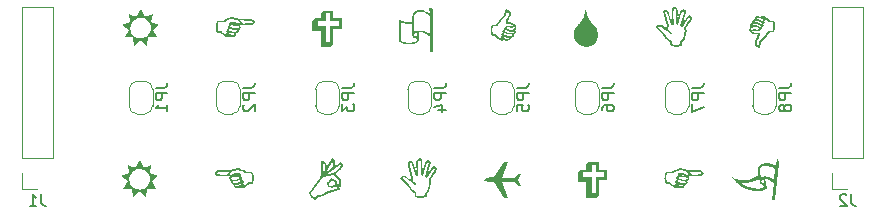
<source format=gbr>
%TF.GenerationSoftware,KiCad,Pcbnew,8.0.6*%
%TF.CreationDate,2025-02-14T22:00:12-04:00*%
%TF.ProjectId,nsec-ctf-sao-2025,6e736563-2d63-4746-962d-73616f2d3230,rev?*%
%TF.SameCoordinates,Original*%
%TF.FileFunction,Legend,Bot*%
%TF.FilePolarity,Positive*%
%FSLAX46Y46*%
G04 Gerber Fmt 4.6, Leading zero omitted, Abs format (unit mm)*
G04 Created by KiCad (PCBNEW 8.0.6) date 2025-02-14 22:00:12*
%MOMM*%
%LPD*%
G01*
G04 APERTURE LIST*
G04 Aperture macros list*
%AMFreePoly0*
4,1,19,0.500000,-0.750000,0.000000,-0.750000,0.000000,-0.744911,-0.071157,-0.744911,-0.207708,-0.704816,-0.327430,-0.627875,-0.420627,-0.520320,-0.479746,-0.390866,-0.500000,-0.250000,-0.500000,0.250000,-0.479746,0.390866,-0.420627,0.520320,-0.327430,0.627875,-0.207708,0.704816,-0.071157,0.744911,0.000000,0.744911,0.000000,0.750000,0.500000,0.750000,0.500000,-0.750000,0.500000,-0.750000,
$1*%
%AMFreePoly1*
4,1,19,0.000000,0.744911,0.071157,0.744911,0.207708,0.704816,0.327430,0.627875,0.420627,0.520320,0.479746,0.390866,0.500000,0.250000,0.500000,-0.250000,0.479746,-0.390866,0.420627,-0.520320,0.327430,-0.627875,0.207708,-0.704816,0.071157,-0.744911,0.000000,-0.744911,0.000000,-0.750000,-0.500000,-0.750000,-0.500000,0.750000,0.000000,0.750000,0.000000,0.744911,0.000000,0.744911,
$1*%
G04 Aperture macros list end*
%ADD10C,0.300000*%
%ADD11C,0.150000*%
%ADD12C,0.120000*%
%ADD13FreePoly0,90.000000*%
%ADD14FreePoly1,90.000000*%
%ADD15R,1.700000X1.700000*%
%ADD16O,1.700000X1.700000*%
G04 APERTURE END LIST*
D10*
G36*
X138851186Y-85951095D02*
G01*
X138936587Y-85928151D01*
X139087124Y-85910795D01*
X139208757Y-85918855D01*
X139318106Y-85977745D01*
X139452206Y-86071079D01*
X139565276Y-86170685D01*
X139672575Y-86285952D01*
X139984717Y-86285952D01*
X140004097Y-86333490D01*
X140050800Y-86474481D01*
X140082570Y-86628282D01*
X140093161Y-86779078D01*
X140092105Y-86825109D01*
X140073328Y-86978639D01*
X140031082Y-87132311D01*
X139972993Y-87270739D01*
X139717271Y-87270739D01*
X139607362Y-87296385D01*
X139574045Y-87329186D01*
X139482798Y-87446594D01*
X139425645Y-87524263D01*
X139380216Y-87585584D01*
X139287892Y-87705247D01*
X138910537Y-88115575D01*
X138803558Y-88588918D01*
X138720760Y-88568401D01*
X138604720Y-88529847D01*
X138475675Y-88439752D01*
X138400649Y-88310939D01*
X138379309Y-88163935D01*
X138383173Y-88117001D01*
X138426643Y-87971263D01*
X138489218Y-87838604D01*
X138522191Y-87781451D01*
X138537823Y-87749850D01*
X138595445Y-87605955D01*
X138629169Y-87458318D01*
X138604989Y-87458318D01*
X138566710Y-87457891D01*
X138405929Y-87445417D01*
X138249308Y-87411299D01*
X138103803Y-87349141D01*
X138048497Y-87312952D01*
X137948573Y-87201614D01*
X137916201Y-87071437D01*
X138061304Y-87071437D01*
X138095436Y-87171171D01*
X138216643Y-87254619D01*
X138236719Y-87262250D01*
X138384821Y-87297696D01*
X138544447Y-87313695D01*
X138695847Y-87317634D01*
X138794033Y-87317634D01*
X138791102Y-87398967D01*
X138787077Y-87476705D01*
X138754877Y-87635615D01*
X138698366Y-87782550D01*
X138626238Y-87916273D01*
X138599860Y-87960969D01*
X138567628Y-88022169D01*
X138533182Y-88165401D01*
X138574581Y-88310664D01*
X138698778Y-88396210D01*
X138777180Y-88035708D01*
X139194836Y-87590209D01*
X139260725Y-87506720D01*
X139352372Y-87387243D01*
X139444971Y-87266515D01*
X139559002Y-87163761D01*
X139579541Y-87155861D01*
X139728653Y-87134038D01*
X139878471Y-87130055D01*
X139899886Y-87063637D01*
X139931086Y-86914607D01*
X139941486Y-86758562D01*
X139940984Y-86727506D01*
X139923402Y-86572034D01*
X139884333Y-86426636D01*
X139605163Y-86426636D01*
X139536350Y-86344685D01*
X139421345Y-86231805D01*
X139292197Y-86130980D01*
X139165526Y-86051479D01*
X139090788Y-86051479D01*
X139047557Y-86040488D01*
X139270307Y-86119623D01*
X139208140Y-86244710D01*
X139114235Y-86359225D01*
X139231472Y-86416378D01*
X139174986Y-86508055D01*
X139075401Y-86620076D01*
X139135484Y-86644256D01*
X139071016Y-86757738D01*
X138960362Y-86862609D01*
X139005059Y-86882393D01*
X138968251Y-86951430D01*
X138869442Y-87073107D01*
X138733687Y-87153650D01*
X138588136Y-87176950D01*
X138475296Y-87165226D01*
X138343405Y-87130055D01*
X138129448Y-87130055D01*
X138266468Y-86968855D01*
X138379309Y-86973251D01*
X138515596Y-87021612D01*
X138604989Y-87036266D01*
X138672493Y-87029311D01*
X138795498Y-86948339D01*
X138453314Y-86801793D01*
X138332414Y-86801793D01*
X138271311Y-86807995D01*
X138140439Y-86880195D01*
X138102186Y-86926724D01*
X138061304Y-87071437D01*
X137916201Y-87071437D01*
X137911828Y-87053852D01*
X137937840Y-86907489D01*
X138015875Y-86782009D01*
X137978453Y-86661109D01*
X138133845Y-86661109D01*
X138143370Y-86695547D01*
X138220667Y-86672006D01*
X138371981Y-86661109D01*
X138485554Y-86661109D01*
X138790369Y-86787138D01*
X138795690Y-86785819D01*
X138922993Y-86708004D01*
X138575680Y-86567320D01*
X138361723Y-86567320D01*
X138332551Y-86567709D01*
X138187334Y-86592233D01*
X138133845Y-86661109D01*
X137978453Y-86661109D01*
X137977773Y-86658911D01*
X138025401Y-86524822D01*
X138142637Y-86453747D01*
X138140439Y-86407585D01*
X138281856Y-86407585D01*
X138284787Y-86426636D01*
X138602791Y-86426636D01*
X138913468Y-86554131D01*
X139013852Y-86479392D01*
X139028506Y-86479392D01*
X138648220Y-86285952D01*
X138499476Y-86285952D01*
X138384715Y-86297830D01*
X138281856Y-86407585D01*
X138140439Y-86407585D01*
X138145806Y-86339783D01*
X138217934Y-86205705D01*
X138356367Y-86156186D01*
X138509862Y-86156186D01*
X138680460Y-86145268D01*
X138965491Y-86295478D01*
X139048290Y-86192163D01*
X139057815Y-86180439D01*
X138748604Y-86051479D01*
X138684856Y-86051479D01*
X138616335Y-86056528D01*
X138509862Y-86156186D01*
X138356367Y-86156186D01*
X138360258Y-86154794D01*
X138358792Y-86139406D01*
X138397321Y-86009250D01*
X138527238Y-85928879D01*
X138684856Y-85910795D01*
X138779378Y-85910795D01*
X138851186Y-85951095D01*
G37*
G36*
X131662760Y-85120542D02*
G01*
X131786950Y-85201514D01*
X131834760Y-85309225D01*
X131850697Y-85456503D01*
X131827250Y-86434696D01*
X132051465Y-85578136D01*
X132085829Y-85484009D01*
X132177740Y-85354179D01*
X132324040Y-85301165D01*
X132357310Y-85302703D01*
X132491835Y-85364180D01*
X132519462Y-85404320D01*
X132548988Y-85549560D01*
X132540993Y-85621648D01*
X132507222Y-85767913D01*
X132263956Y-86589302D01*
X132600279Y-86010446D01*
X132607932Y-85998545D01*
X132708471Y-85878212D01*
X132850872Y-85817006D01*
X132867126Y-85817553D01*
X133000348Y-85879288D01*
X133011348Y-85891066D01*
X133061898Y-86029497D01*
X133035841Y-86148392D01*
X132969574Y-86280090D01*
X132580495Y-86935150D01*
X132602477Y-87179148D01*
X132575695Y-87349550D01*
X132542061Y-87507949D01*
X132501575Y-87654343D01*
X132445681Y-87809964D01*
X132380460Y-87949246D01*
X132204605Y-88151479D01*
X132204605Y-88385952D01*
X132173999Y-88398552D01*
X132020542Y-88449356D01*
X131866368Y-88479839D01*
X131711479Y-88490000D01*
X131650937Y-88488385D01*
X131493973Y-88470224D01*
X131345853Y-88436627D01*
X131191242Y-88386685D01*
X131191242Y-88086999D01*
X131137146Y-88048212D01*
X131020367Y-87956363D01*
X130905478Y-87857426D01*
X130795568Y-87756538D01*
X130416015Y-87248025D01*
X129962146Y-86814982D01*
X130172016Y-86814982D01*
X130536182Y-87157166D01*
X130882030Y-87622449D01*
X130973942Y-87709781D01*
X131094750Y-87816241D01*
X131217608Y-87918170D01*
X131337055Y-88012993D01*
X131337055Y-88285568D01*
X131395927Y-88303933D01*
X131542800Y-88337114D01*
X131690963Y-88349316D01*
X131751717Y-88347777D01*
X131901808Y-88329377D01*
X132050732Y-88286301D01*
X132050732Y-88113377D01*
X132244173Y-87881102D01*
X132295942Y-87769973D01*
X132348981Y-87628212D01*
X132394096Y-87473407D01*
X132426459Y-87330336D01*
X132453000Y-87177683D01*
X132427355Y-86893384D01*
X132843545Y-86199490D01*
X132864442Y-86162757D01*
X132916085Y-86024368D01*
X132902163Y-85973077D01*
X132857466Y-85957690D01*
X132827591Y-85967543D01*
X132730704Y-86082254D01*
X132272749Y-86804724D01*
X132085903Y-86718262D01*
X132366538Y-85711493D01*
X132370975Y-85695991D01*
X132403175Y-85545896D01*
X132382658Y-85466029D01*
X132319644Y-85441849D01*
X132216317Y-85532867D01*
X132165038Y-85674856D01*
X131901256Y-86629602D01*
X131698290Y-86595163D01*
X131698290Y-85547362D01*
X131700488Y-85417669D01*
X131673377Y-85292372D01*
X131594242Y-85254270D01*
X131502938Y-85351586D01*
X131487997Y-85503398D01*
X131489462Y-85569344D01*
X131515108Y-86614214D01*
X131296755Y-86614214D01*
X130992672Y-85690244D01*
X130959150Y-85602087D01*
X130856385Y-85488743D01*
X130805826Y-85511458D01*
X130788974Y-85586929D01*
X130795625Y-85653217D01*
X130829274Y-85797955D01*
X131090858Y-86774682D01*
X131062728Y-86886160D01*
X131038101Y-87031137D01*
X131050860Y-87038193D01*
X131182701Y-87128372D01*
X131289032Y-87230339D01*
X131382484Y-87351339D01*
X131268911Y-87441465D01*
X131202931Y-87366349D01*
X131079367Y-87249827D01*
X130945494Y-87152309D01*
X130801313Y-87073795D01*
X130646824Y-87014284D01*
X130596174Y-86929087D01*
X130495150Y-86816448D01*
X130469923Y-86798716D01*
X130324424Y-86754898D01*
X130309513Y-86755426D01*
X130172016Y-86814982D01*
X129962146Y-86814982D01*
X129952930Y-86806189D01*
X130015212Y-86758562D01*
X130037271Y-86741082D01*
X130171028Y-86654953D01*
X130320760Y-86614214D01*
X130423103Y-86626186D01*
X130559630Y-86686755D01*
X130661479Y-86774682D01*
X130750139Y-86894849D01*
X130757027Y-86897259D01*
X130898150Y-86954200D01*
X130901800Y-86919872D01*
X130928925Y-86774682D01*
X130674668Y-85797222D01*
X130655478Y-85708184D01*
X130640963Y-85561284D01*
X130641439Y-85541957D01*
X130695184Y-85402281D01*
X130709530Y-85389573D01*
X130854187Y-85348060D01*
X130898620Y-85353589D01*
X131019966Y-85436536D01*
X131099211Y-85564068D01*
X131153872Y-85701967D01*
X131389811Y-86474996D01*
X131343649Y-85496803D01*
X131344637Y-85450398D01*
X131368336Y-85294716D01*
X131452517Y-85158869D01*
X131596441Y-85113586D01*
X131662760Y-85120542D01*
G37*
G36*
X124080111Y-85315087D02*
G01*
X124042240Y-85469511D01*
X123996559Y-85637535D01*
X123950621Y-85786702D01*
X123896700Y-85936898D01*
X123834647Y-86077124D01*
X123754205Y-86219268D01*
X123665282Y-86351068D01*
X123574025Y-86470600D01*
X123470216Y-86594059D01*
X123454361Y-86612016D01*
X123380355Y-86694082D01*
X123281777Y-86813433D01*
X123185538Y-86956796D01*
X123113358Y-87100313D01*
X123065238Y-87243985D01*
X123039508Y-87411798D01*
X123038171Y-87459783D01*
X123048965Y-87614154D01*
X123081345Y-87760179D01*
X123135312Y-87897858D01*
X123210866Y-88027190D01*
X123308007Y-88148176D01*
X123345184Y-88186650D01*
X123464316Y-88289741D01*
X123591999Y-88371504D01*
X123728235Y-88431936D01*
X123873024Y-88471040D01*
X124026364Y-88488815D01*
X124079378Y-88490000D01*
X124235098Y-88479335D01*
X124382419Y-88447341D01*
X124521343Y-88394018D01*
X124651868Y-88319365D01*
X124773996Y-88223384D01*
X124812840Y-88186650D01*
X124916927Y-88068446D01*
X124999479Y-87941896D01*
X125060496Y-87806999D01*
X125099978Y-87663756D01*
X125117924Y-87512168D01*
X125119120Y-87459783D01*
X125102781Y-87291910D01*
X125062767Y-87148187D01*
X124998745Y-87004618D01*
X124910715Y-86861203D01*
X124819016Y-86741809D01*
X124777669Y-86694082D01*
X124703663Y-86612016D01*
X124598061Y-86487996D01*
X124505011Y-86367903D01*
X124414038Y-86235462D01*
X124339460Y-86108151D01*
X124323377Y-86077124D01*
X124261461Y-85936898D01*
X124207886Y-85786702D01*
X124162411Y-85637535D01*
X124117349Y-85469511D01*
X124080111Y-85315087D01*
G37*
G36*
X117378576Y-85316552D02*
G01*
X117494616Y-85355106D01*
X117623661Y-85445202D01*
X117698687Y-85574015D01*
X117720027Y-85721018D01*
X117716163Y-85767953D01*
X117672693Y-85913690D01*
X117610118Y-86046350D01*
X117577145Y-86103503D01*
X117561513Y-86135104D01*
X117503891Y-86278999D01*
X117470167Y-86426636D01*
X117494347Y-86426636D01*
X117532629Y-86427065D01*
X117693494Y-86439623D01*
X117850344Y-86473970D01*
X117996266Y-86536545D01*
X118051360Y-86572523D01*
X118150903Y-86683480D01*
X118187508Y-86831102D01*
X118161496Y-86977465D01*
X118083461Y-87102944D01*
X118121563Y-87226043D01*
X118073935Y-87360865D01*
X117956699Y-87431207D01*
X117958897Y-87477369D01*
X117953530Y-87545171D01*
X117881402Y-87679249D01*
X117739078Y-87730160D01*
X117740544Y-87745547D01*
X117702015Y-87875704D01*
X117572099Y-87956075D01*
X117414480Y-87974159D01*
X117319958Y-87974159D01*
X117248150Y-87933859D01*
X117162749Y-87956803D01*
X117012212Y-87974159D01*
X116890579Y-87966099D01*
X116781230Y-87907209D01*
X116647130Y-87813874D01*
X116534060Y-87714269D01*
X116426762Y-87599002D01*
X116114619Y-87599002D01*
X116095239Y-87551464D01*
X116048536Y-87410473D01*
X116016766Y-87256671D01*
X116007616Y-87126392D01*
X116157850Y-87126392D01*
X116158352Y-87157447D01*
X116175934Y-87312920D01*
X116215003Y-87458318D01*
X116494173Y-87458318D01*
X116562986Y-87540269D01*
X116677992Y-87653149D01*
X116807139Y-87753974D01*
X116933810Y-87833475D01*
X117008548Y-87833475D01*
X117051779Y-87844466D01*
X116829030Y-87765331D01*
X116859254Y-87704515D01*
X117041521Y-87704515D01*
X117350732Y-87833475D01*
X117414480Y-87833475D01*
X117483001Y-87828426D01*
X117589473Y-87728767D01*
X117418876Y-87739685D01*
X117133845Y-87589476D01*
X117051046Y-87692791D01*
X117041521Y-87704515D01*
X116859254Y-87704515D01*
X116891196Y-87640244D01*
X116985101Y-87525729D01*
X116867864Y-87468576D01*
X116906690Y-87405561D01*
X117070830Y-87405561D01*
X117451116Y-87599002D01*
X117599860Y-87599002D01*
X117714621Y-87587123D01*
X117817480Y-87477369D01*
X117814549Y-87458318D01*
X117496545Y-87458318D01*
X117185868Y-87330823D01*
X117085484Y-87405561D01*
X117070830Y-87405561D01*
X116906690Y-87405561D01*
X116924350Y-87376899D01*
X117023935Y-87264877D01*
X116963852Y-87240697D01*
X117000066Y-87176950D01*
X117176343Y-87176950D01*
X117523656Y-87317634D01*
X117737613Y-87317634D01*
X117766785Y-87317245D01*
X117912002Y-87292721D01*
X117965491Y-87223845D01*
X117955966Y-87189406D01*
X117878669Y-87212948D01*
X117727355Y-87223845D01*
X117613782Y-87223845D01*
X117308967Y-87097815D01*
X117303647Y-87099135D01*
X117176343Y-87176950D01*
X117000066Y-87176950D01*
X117028320Y-87127216D01*
X117138974Y-87022344D01*
X117094277Y-87002561D01*
X117131085Y-86933524D01*
X117229894Y-86811846D01*
X117365649Y-86731304D01*
X117511200Y-86708004D01*
X117624773Y-86719727D01*
X117755931Y-86754898D01*
X117969888Y-86754898D01*
X117832868Y-86916099D01*
X117720027Y-86911702D01*
X117584473Y-86864075D01*
X117494347Y-86848688D01*
X117426843Y-86855643D01*
X117303838Y-86936615D01*
X117646022Y-87083161D01*
X117766922Y-87083161D01*
X117828083Y-87077017D01*
X117959630Y-87005491D01*
X117997529Y-86958608D01*
X118038032Y-86813517D01*
X118003900Y-86713944D01*
X117882693Y-86631067D01*
X117862618Y-86623348D01*
X117714515Y-86587490D01*
X117554889Y-86571304D01*
X117403489Y-86567320D01*
X117305303Y-86567320D01*
X117308234Y-86485987D01*
X117312259Y-86408249D01*
X117344459Y-86249339D01*
X117400970Y-86102404D01*
X117473098Y-85968681D01*
X117499476Y-85923984D01*
X117531708Y-85862785D01*
X117566154Y-85719553D01*
X117524755Y-85574289D01*
X117400558Y-85488743D01*
X117322156Y-85849246D01*
X116904501Y-86294745D01*
X116838612Y-86378234D01*
X116746964Y-86497711D01*
X116654365Y-86618542D01*
X116540334Y-86721926D01*
X116519795Y-86729654D01*
X116370683Y-86751002D01*
X116220865Y-86754898D01*
X116199450Y-86821316D01*
X116168250Y-86970347D01*
X116157850Y-87126392D01*
X116007616Y-87126392D01*
X116006175Y-87105875D01*
X116007232Y-87059844D01*
X116026008Y-86906315D01*
X116068254Y-86752642D01*
X116126343Y-86614214D01*
X116382065Y-86614214D01*
X116491974Y-86589302D01*
X116525291Y-86556054D01*
X116616538Y-86438360D01*
X116673691Y-86360690D01*
X116719120Y-86299370D01*
X116811444Y-86179706D01*
X117188799Y-85769378D01*
X117295778Y-85296036D01*
X117378576Y-85316552D01*
G37*
G36*
X111088411Y-85228808D02*
G01*
X111156245Y-85359783D01*
X111104954Y-85469692D01*
X111104954Y-88912051D01*
X110855826Y-88912051D01*
X110855826Y-87622449D01*
X110787972Y-87559595D01*
X110670675Y-87468576D01*
X110522976Y-87382022D01*
X110367703Y-87320198D01*
X110204857Y-87283104D01*
X110034438Y-87270739D01*
X109909874Y-87280265D01*
X109909874Y-87954375D01*
X109901244Y-88007956D01*
X109804161Y-88127482D01*
X109664410Y-88202037D01*
X109553057Y-88241152D01*
X109398246Y-88277325D01*
X109249640Y-88296147D01*
X109090683Y-88302421D01*
X109030935Y-88301290D01*
X108856806Y-88284332D01*
X108690353Y-88247023D01*
X108531577Y-88189363D01*
X108380478Y-88111353D01*
X108237055Y-88012993D01*
X108237055Y-87943384D01*
X108385066Y-87943384D01*
X108462746Y-87994561D01*
X108604914Y-88067700D01*
X108755005Y-88119943D01*
X108913020Y-88151289D01*
X109078960Y-88161737D01*
X109130488Y-88161054D01*
X109278582Y-88150815D01*
X109431711Y-88125026D01*
X109572819Y-88084068D01*
X109686807Y-88034523D01*
X109788974Y-87918471D01*
X109753554Y-87852612D01*
X109627773Y-87774856D01*
X109572086Y-87749944D01*
X109537909Y-87732259D01*
X109422865Y-87628956D01*
X109380844Y-87480300D01*
X109380844Y-87451723D01*
X109503942Y-87451723D01*
X109516284Y-87492440D01*
X109625850Y-87592679D01*
X109761863Y-87669344D01*
X109761863Y-87301514D01*
X109604692Y-87339467D01*
X109503942Y-87451723D01*
X109380844Y-87451723D01*
X109380844Y-86543872D01*
X109246804Y-86562168D01*
X109097278Y-86567320D01*
X109006168Y-86564652D01*
X108848157Y-86547146D01*
X108691970Y-86513301D01*
X108537606Y-86463117D01*
X108385066Y-86396594D01*
X108385066Y-87943384D01*
X108237055Y-87943384D01*
X108237055Y-86115226D01*
X108370011Y-86203394D01*
X108505829Y-86276289D01*
X108644509Y-86333911D01*
X108786051Y-86376261D01*
X108930456Y-86403337D01*
X109077723Y-86415141D01*
X109227852Y-86411672D01*
X109380844Y-86392930D01*
X109380844Y-85975275D01*
X109528855Y-85975275D01*
X109528855Y-87218715D01*
X109569852Y-87202871D01*
X109715253Y-87161311D01*
X109874106Y-87137068D01*
X110028576Y-87130055D01*
X110088565Y-87131169D01*
X110261904Y-87147870D01*
X110425300Y-87184612D01*
X110578752Y-87241396D01*
X110722261Y-87318221D01*
X110855826Y-87415087D01*
X110855826Y-85894675D01*
X110781556Y-85830511D01*
X110656799Y-85737596D01*
X110505485Y-85649240D01*
X110352419Y-85586128D01*
X110197602Y-85548260D01*
X110041032Y-85535638D01*
X109893481Y-85546371D01*
X109728924Y-85597462D01*
X109613384Y-85690627D01*
X109546861Y-85825867D01*
X109528855Y-85975275D01*
X109380844Y-85975275D01*
X109380844Y-85967215D01*
X109381489Y-85932008D01*
X109404054Y-85772736D01*
X109473683Y-85618494D01*
X109589732Y-85504488D01*
X109721898Y-85440221D01*
X109886301Y-85403896D01*
X110041032Y-85394954D01*
X110097624Y-85396148D01*
X110262866Y-85414051D01*
X110421307Y-85453438D01*
X110572947Y-85514309D01*
X110717787Y-85596663D01*
X110855826Y-85700502D01*
X110855826Y-85468960D01*
X110804535Y-85359783D01*
X110838616Y-85255598D01*
X110982588Y-85207376D01*
X111088411Y-85228808D01*
G37*
G36*
X102681507Y-86098374D02*
G01*
X103392254Y-86098374D01*
X103392254Y-86989371D01*
X102681507Y-86989371D01*
X102681507Y-88288499D01*
X102463886Y-88490000D01*
X101616852Y-88490000D01*
X101616852Y-87176950D01*
X100905373Y-87176950D01*
X100905373Y-86332847D01*
X101358199Y-86332847D01*
X101358199Y-86754898D01*
X102069678Y-86754898D01*
X102069678Y-88067948D01*
X102430914Y-88067948D01*
X102430914Y-86754898D01*
X103141660Y-86754898D01*
X103141660Y-86332847D01*
X102430914Y-86332847D01*
X102430914Y-85676322D01*
X102069678Y-85676322D01*
X102069678Y-86332847D01*
X101358199Y-86332847D01*
X100905373Y-86332847D01*
X100905373Y-86299141D01*
X101121528Y-86098374D01*
X101616852Y-86098374D01*
X101616852Y-85642616D01*
X101835205Y-85441849D01*
X102681507Y-85441849D01*
X102681507Y-86098374D01*
G37*
G36*
X94596580Y-86054410D02*
G01*
X94680844Y-86127683D01*
X95514689Y-86145268D01*
X95635709Y-86147968D01*
X95792871Y-86163120D01*
X95934542Y-86201688D01*
X96015193Y-86262283D01*
X96059106Y-86403921D01*
X96040868Y-86489822D01*
X95929413Y-86592233D01*
X95857423Y-86618840D01*
X95709964Y-86645863D01*
X95555722Y-86653049D01*
X94814200Y-86661109D01*
X94800279Y-86655247D01*
X94837648Y-86704340D01*
X94866224Y-86823775D01*
X94866024Y-86835106D01*
X94814933Y-86976915D01*
X94689637Y-87058981D01*
X94703558Y-87134452D01*
X94702551Y-87158700D01*
X94639078Y-87291256D01*
X94613688Y-87311142D01*
X94475680Y-87361598D01*
X94476413Y-87377718D01*
X94475110Y-87410192D01*
X94421390Y-87551353D01*
X94288880Y-87629135D01*
X94143021Y-87645896D01*
X94066085Y-87641500D01*
X93994277Y-87607794D01*
X93901885Y-87631013D01*
X93752477Y-87645896D01*
X93623517Y-87639302D01*
X93536139Y-87598970D01*
X93405072Y-87521181D01*
X93274005Y-87422643D01*
X93157501Y-87317634D01*
X92857083Y-87317634D01*
X92837964Y-87269403D01*
X92791893Y-87126254D01*
X92760551Y-86969920D01*
X92750104Y-86816448D01*
X92750425Y-86806922D01*
X92902512Y-86806922D01*
X92904521Y-86877530D01*
X92922660Y-87028570D01*
X92959665Y-87176950D01*
X93231507Y-87176950D01*
X93279581Y-87228241D01*
X93392351Y-87332930D01*
X93511498Y-87422780D01*
X93651360Y-87505212D01*
X93717306Y-87505212D01*
X93760537Y-87505212D01*
X93562700Y-87403363D01*
X93601778Y-87344991D01*
X93612269Y-87335219D01*
X93787648Y-87335219D01*
X94085136Y-87503014D01*
X94159141Y-87505212D01*
X94247627Y-87491474D01*
X94326936Y-87364528D01*
X94148150Y-87364528D01*
X93874842Y-87309574D01*
X93787648Y-87335219D01*
X93612269Y-87335219D01*
X93712177Y-87242163D01*
X93603000Y-87192337D01*
X93626839Y-87146740D01*
X93653048Y-87103677D01*
X93819888Y-87103677D01*
X94188450Y-87237034D01*
X94370167Y-87223845D01*
X94507920Y-87200397D01*
X94549685Y-87134452D01*
X94529902Y-87083161D01*
X94236810Y-87083161D01*
X94023586Y-86993768D01*
X93938521Y-87013946D01*
X93819888Y-87103677D01*
X93653048Y-87103677D01*
X93708407Y-87012719D01*
X93822086Y-86905840D01*
X93708513Y-86856015D01*
X93743007Y-86789337D01*
X93913677Y-86789337D01*
X94278576Y-86942477D01*
X94492533Y-86942477D01*
X94513692Y-86942213D01*
X94661793Y-86912435D01*
X94714549Y-86828904D01*
X94680844Y-86774682D01*
X94568736Y-86754898D01*
X94293230Y-86754898D01*
X94199441Y-86682358D01*
X94117376Y-86661109D01*
X94015181Y-86682272D01*
X93913677Y-86789337D01*
X93743007Y-86789337D01*
X93749202Y-86777361D01*
X93839511Y-86651515D01*
X93870537Y-86627983D01*
X93868363Y-86570362D01*
X93946509Y-86570362D01*
X93950627Y-86567239D01*
X93949581Y-86567320D01*
X93946509Y-86570362D01*
X93868363Y-86570362D01*
X93867042Y-86535370D01*
X94185511Y-86535370D01*
X94230949Y-86545338D01*
X94340125Y-86614214D01*
X94407536Y-86614214D01*
X94397553Y-86606338D01*
X94287369Y-86505771D01*
X94247630Y-86520196D01*
X94185511Y-86535370D01*
X93867042Y-86535370D01*
X93865317Y-86489651D01*
X93912212Y-86426636D01*
X94015893Y-86422148D01*
X94168667Y-86398586D01*
X94318143Y-86354829D01*
X94385051Y-86411106D01*
X94516392Y-86488729D01*
X94665457Y-86520425D01*
X94685476Y-86520148D01*
X94832519Y-86488918D01*
X94613977Y-86269832D01*
X94834717Y-86269832D01*
X95050139Y-86496978D01*
X94995184Y-86534347D01*
X95436287Y-86520425D01*
X95495947Y-86519944D01*
X95650061Y-86512732D01*
X95797522Y-86489651D01*
X95911828Y-86411249D01*
X95828591Y-86321314D01*
X95680614Y-86291948D01*
X95533007Y-86285952D01*
X94834717Y-86269832D01*
X94613977Y-86269832D01*
X94537962Y-86193628D01*
X94028715Y-86151130D01*
X93920775Y-86188133D01*
X93768414Y-86246385D01*
X93624991Y-86304018D01*
X93486384Y-86361177D01*
X93330425Y-86426636D01*
X92967725Y-86426636D01*
X92942314Y-86506943D01*
X92911682Y-86660365D01*
X92902512Y-86806922D01*
X92750425Y-86806922D01*
X92752984Y-86730853D01*
X92772684Y-86579307D01*
X92811047Y-86431007D01*
X92868073Y-86285952D01*
X93317969Y-86285952D01*
X93434576Y-86227391D01*
X93579212Y-86162456D01*
X93733105Y-86101167D01*
X93872381Y-86051536D01*
X94018457Y-86004584D01*
X94596580Y-86054410D01*
G37*
G36*
X86730739Y-85954026D02*
G01*
X87388729Y-85713691D01*
X87270027Y-86404654D01*
X87928018Y-86644989D01*
X87390928Y-87097083D01*
X87741172Y-87705247D01*
X87040683Y-87705247D01*
X86917585Y-88395478D01*
X86379762Y-87945582D01*
X85842672Y-88395478D01*
X85718841Y-87705247D01*
X85018353Y-87705247D01*
X85368597Y-87097083D01*
X85157069Y-86919030D01*
X85512944Y-86919030D01*
X85515179Y-86985559D01*
X85537774Y-87133582D01*
X85593393Y-87290385D01*
X85668130Y-87416770D01*
X85767201Y-87533056D01*
X85799304Y-87563756D01*
X85918155Y-87655609D01*
X86066349Y-87730874D01*
X86227733Y-87774449D01*
X86379762Y-87786580D01*
X86445905Y-87784352D01*
X86593227Y-87761822D01*
X86749573Y-87706363D01*
X86875857Y-87631841D01*
X86992323Y-87533056D01*
X87037762Y-87484456D01*
X87126404Y-87363842D01*
X87197914Y-87213632D01*
X87234414Y-87071380D01*
X87246580Y-86919030D01*
X87245590Y-86874473D01*
X87226526Y-86725063D01*
X87175029Y-86566760D01*
X87091841Y-86421737D01*
X86993056Y-86305736D01*
X86944462Y-86260297D01*
X86823913Y-86171655D01*
X86673864Y-86100145D01*
X86531827Y-86063645D01*
X86379762Y-86051479D01*
X86313370Y-86053714D01*
X86165668Y-86076309D01*
X86009231Y-86131927D01*
X85883167Y-86206665D01*
X85767201Y-86305736D01*
X85721763Y-86354205D01*
X85633120Y-86474564D01*
X85561611Y-86624567D01*
X85525111Y-86766714D01*
X85512944Y-86919030D01*
X85157069Y-86919030D01*
X84831507Y-86644989D01*
X85490230Y-86404654D01*
X85368597Y-85713691D01*
X86026587Y-85954026D01*
X86379762Y-85323147D01*
X86730739Y-85954026D01*
G37*
G36*
X132580635Y-98854410D02*
G01*
X132664898Y-98927683D01*
X133498743Y-98945268D01*
X133619763Y-98947968D01*
X133776926Y-98963120D01*
X133918597Y-99001688D01*
X133999247Y-99062283D01*
X134043161Y-99203921D01*
X134024923Y-99289822D01*
X133913468Y-99392233D01*
X133841477Y-99418840D01*
X133694018Y-99445863D01*
X133539776Y-99453049D01*
X132798255Y-99461109D01*
X132784333Y-99455247D01*
X132821702Y-99504340D01*
X132850279Y-99623775D01*
X132850078Y-99635106D01*
X132798988Y-99776915D01*
X132673691Y-99858981D01*
X132687613Y-99934452D01*
X132686605Y-99958700D01*
X132623133Y-100091256D01*
X132597742Y-100111142D01*
X132459734Y-100161598D01*
X132460467Y-100177718D01*
X132459165Y-100210192D01*
X132405444Y-100351353D01*
X132272934Y-100429135D01*
X132127076Y-100445896D01*
X132050139Y-100441500D01*
X131978332Y-100407794D01*
X131885939Y-100431013D01*
X131736531Y-100445896D01*
X131607571Y-100439302D01*
X131520193Y-100398970D01*
X131389126Y-100321181D01*
X131258060Y-100222643D01*
X131141556Y-100117634D01*
X130841137Y-100117634D01*
X130822019Y-100069403D01*
X130775947Y-99926254D01*
X130744606Y-99769920D01*
X130734159Y-99616448D01*
X130734480Y-99606922D01*
X130886566Y-99606922D01*
X130888575Y-99677530D01*
X130906715Y-99828570D01*
X130943719Y-99976950D01*
X131215561Y-99976950D01*
X131263635Y-100028241D01*
X131376406Y-100132930D01*
X131495552Y-100222780D01*
X131635415Y-100305212D01*
X131701360Y-100305212D01*
X131744591Y-100305212D01*
X131546755Y-100203363D01*
X131585832Y-100144991D01*
X131596323Y-100135219D01*
X131771702Y-100135219D01*
X132069190Y-100303014D01*
X132143196Y-100305212D01*
X132231681Y-100291474D01*
X132310990Y-100164528D01*
X132132205Y-100164528D01*
X131858897Y-100109574D01*
X131771702Y-100135219D01*
X131596323Y-100135219D01*
X131696231Y-100042163D01*
X131587055Y-99992337D01*
X131610893Y-99946740D01*
X131637102Y-99903677D01*
X131803942Y-99903677D01*
X132172505Y-100037034D01*
X132354221Y-100023845D01*
X132491974Y-100000397D01*
X132533740Y-99934452D01*
X132513956Y-99883161D01*
X132220865Y-99883161D01*
X132007641Y-99793768D01*
X131922576Y-99813946D01*
X131803942Y-99903677D01*
X131637102Y-99903677D01*
X131692462Y-99812719D01*
X131806140Y-99705840D01*
X131692568Y-99656015D01*
X131727062Y-99589337D01*
X131897732Y-99589337D01*
X132262630Y-99742477D01*
X132476587Y-99742477D01*
X132497747Y-99742213D01*
X132645847Y-99712435D01*
X132698604Y-99628904D01*
X132664898Y-99574682D01*
X132552791Y-99554898D01*
X132277285Y-99554898D01*
X132183496Y-99482358D01*
X132101430Y-99461109D01*
X131999236Y-99482272D01*
X131897732Y-99589337D01*
X131727062Y-99589337D01*
X131733257Y-99577361D01*
X131823566Y-99451515D01*
X131854591Y-99427984D01*
X131852417Y-99370365D01*
X131930560Y-99370365D01*
X131934682Y-99367239D01*
X131933635Y-99367320D01*
X131930560Y-99370365D01*
X131852417Y-99370365D01*
X131851096Y-99335370D01*
X132169565Y-99335370D01*
X132215003Y-99345338D01*
X132324180Y-99414214D01*
X132391591Y-99414214D01*
X132381607Y-99406338D01*
X132271423Y-99305771D01*
X132231684Y-99320196D01*
X132169565Y-99335370D01*
X131851096Y-99335370D01*
X131849371Y-99289651D01*
X131896266Y-99226636D01*
X131999947Y-99222148D01*
X132152721Y-99198586D01*
X132302198Y-99154829D01*
X132369105Y-99211106D01*
X132500447Y-99288729D01*
X132649511Y-99320425D01*
X132669531Y-99320148D01*
X132816573Y-99288918D01*
X132598031Y-99069832D01*
X132818771Y-99069832D01*
X133034193Y-99296978D01*
X132979239Y-99334347D01*
X133420341Y-99320425D01*
X133480002Y-99319944D01*
X133634115Y-99312732D01*
X133781577Y-99289651D01*
X133895882Y-99211249D01*
X133812645Y-99121314D01*
X133664668Y-99091948D01*
X133517062Y-99085952D01*
X132818771Y-99069832D01*
X132598031Y-99069832D01*
X132522016Y-98993628D01*
X132012770Y-98951130D01*
X131904830Y-98988133D01*
X131752468Y-99046385D01*
X131609045Y-99104018D01*
X131470438Y-99161177D01*
X131314480Y-99226636D01*
X130951779Y-99226636D01*
X130926369Y-99306943D01*
X130895737Y-99460365D01*
X130886566Y-99606922D01*
X130734480Y-99606922D01*
X130737039Y-99530853D01*
X130756739Y-99379307D01*
X130795102Y-99231007D01*
X130852128Y-99085952D01*
X131302023Y-99085952D01*
X131418630Y-99027391D01*
X131563267Y-98962456D01*
X131717160Y-98901167D01*
X131856435Y-98851536D01*
X132002512Y-98804584D01*
X132580635Y-98854410D01*
G37*
G36*
X125178611Y-98898374D02*
G01*
X125889357Y-98898374D01*
X125889357Y-99789371D01*
X125178611Y-99789371D01*
X125178611Y-101088499D01*
X124960990Y-101290000D01*
X124113956Y-101290000D01*
X124113956Y-99976950D01*
X123402477Y-99976950D01*
X123402477Y-99132847D01*
X123855303Y-99132847D01*
X123855303Y-99554898D01*
X124566782Y-99554898D01*
X124566782Y-100867948D01*
X124928018Y-100867948D01*
X124928018Y-99554898D01*
X125638764Y-99554898D01*
X125638764Y-99132847D01*
X124928018Y-99132847D01*
X124928018Y-98476322D01*
X124566782Y-98476322D01*
X124566782Y-99132847D01*
X123855303Y-99132847D01*
X123402477Y-99132847D01*
X123402477Y-99099141D01*
X123618632Y-98898374D01*
X124113956Y-98898374D01*
X124113956Y-98442616D01*
X124332309Y-98241849D01*
X125178611Y-98241849D01*
X125178611Y-98898374D01*
G37*
G36*
X118354710Y-99772519D02*
G01*
X118568667Y-99273531D01*
X118290963Y-99273531D01*
X118075540Y-99618646D01*
X116939811Y-99582742D01*
X117501081Y-98241849D01*
X117147906Y-98241849D01*
X116282554Y-99554898D01*
X116094975Y-99554898D01*
X115943066Y-99563453D01*
X115794624Y-99591607D01*
X115766713Y-99599595D01*
X115634822Y-99642093D01*
X115499002Y-99710424D01*
X115472156Y-99763726D01*
X115579541Y-99869250D01*
X115634822Y-99889755D01*
X115766713Y-99932254D01*
X115913480Y-99964335D01*
X116066151Y-99976557D01*
X116100837Y-99976950D01*
X116281821Y-99986475D01*
X117147906Y-101290000D01*
X117501081Y-101290000D01*
X116940544Y-99961563D01*
X118075540Y-99925659D01*
X118291695Y-100258318D01*
X118568667Y-100258318D01*
X118354710Y-99772519D01*
G37*
G36*
X140443161Y-98393489D02*
G01*
X140059211Y-101490000D01*
X139806420Y-101490000D01*
X139985205Y-100044326D01*
X139855066Y-99930029D01*
X139723484Y-99839380D01*
X139590459Y-99772378D01*
X139433441Y-99724097D01*
X139274459Y-99708004D01*
X139374110Y-100423879D01*
X139375175Y-100432667D01*
X139320203Y-100573471D01*
X139193126Y-100654689D01*
X139169238Y-100664982D01*
X139022095Y-100709721D01*
X138865188Y-100732962D01*
X138705129Y-100739685D01*
X138539440Y-100734957D01*
X138376866Y-100720772D01*
X138217406Y-100697130D01*
X138061060Y-100664031D01*
X137907828Y-100621476D01*
X137757711Y-100569463D01*
X137610707Y-100507994D01*
X137466817Y-100437069D01*
X137326923Y-100356606D01*
X137191907Y-100266892D01*
X137061767Y-100167928D01*
X136936505Y-100059713D01*
X136907219Y-100031137D01*
X137256524Y-100031137D01*
X137293290Y-100060304D01*
X137446590Y-100167711D01*
X137609874Y-100260304D01*
X137783141Y-100338082D01*
X137966392Y-100401045D01*
X138110382Y-100438545D01*
X138259987Y-100467712D01*
X138415209Y-100488546D01*
X138576045Y-100501046D01*
X138742498Y-100505212D01*
X138770247Y-100505029D01*
X138928152Y-100494908D01*
X139075889Y-100458318D01*
X139100962Y-100445804D01*
X139182868Y-100324228D01*
X139160886Y-100272937D01*
X139078820Y-100229706D01*
X139035408Y-100207023D01*
X138909179Y-100125942D01*
X138814305Y-100000362D01*
X138789979Y-99884591D01*
X138933007Y-99884591D01*
X138933218Y-99890743D01*
X139017156Y-100013334D01*
X139148429Y-100096350D01*
X139172609Y-100108806D01*
X139126448Y-99728520D01*
X139024438Y-99761393D01*
X138933007Y-99884591D01*
X138789979Y-99884591D01*
X138735170Y-99623740D01*
X138703127Y-99649120D01*
X138568815Y-99742583D01*
X138424679Y-99823154D01*
X138270720Y-99890834D01*
X138106938Y-99945623D01*
X137933333Y-99987520D01*
X137749905Y-100016526D01*
X137556653Y-100032640D01*
X137405268Y-100036266D01*
X137256524Y-100031137D01*
X136907219Y-100031137D01*
X136816120Y-99942248D01*
X136700612Y-99815532D01*
X136589982Y-99679565D01*
X136484228Y-99534347D01*
X136582643Y-99597030D01*
X136736619Y-99675383D01*
X136898220Y-99734931D01*
X137067446Y-99775675D01*
X137214292Y-99795263D01*
X137366434Y-99801793D01*
X137560801Y-99794809D01*
X137746765Y-99773858D01*
X137924326Y-99738939D01*
X138093483Y-99690052D01*
X138254237Y-99627197D01*
X138406588Y-99550375D01*
X138550534Y-99459586D01*
X138686078Y-99354829D01*
X138637718Y-99095443D01*
X138628581Y-99043836D01*
X138623259Y-98986999D01*
X138780600Y-98986999D01*
X138784206Y-99057272D01*
X138806245Y-99208283D01*
X138875854Y-99562923D01*
X138945235Y-99523814D01*
X139091382Y-99484094D01*
X139247348Y-99473531D01*
X139298968Y-99474750D01*
X139451184Y-99493039D01*
X139599432Y-99533277D01*
X139743714Y-99595461D01*
X139884029Y-99679593D01*
X140020376Y-99785673D01*
X140129553Y-98859504D01*
X139994785Y-98779712D01*
X139841187Y-98701814D01*
X139696450Y-98643391D01*
X139538790Y-98599843D01*
X139373377Y-98582533D01*
X139233532Y-98591632D01*
X139083549Y-98627470D01*
X138946196Y-98697571D01*
X138916602Y-98719662D01*
X138816986Y-98836550D01*
X138780600Y-98986999D01*
X138623259Y-98986999D01*
X138614270Y-98891011D01*
X138639119Y-98738587D01*
X138713667Y-98605731D01*
X138824563Y-98501933D01*
X138906755Y-98449640D01*
X139043566Y-98391487D01*
X139196606Y-98357677D01*
X139346266Y-98348060D01*
X139402426Y-98348998D01*
X139566680Y-98363080D01*
X139724597Y-98394061D01*
X139876178Y-98441940D01*
X140021421Y-98506718D01*
X140160327Y-98588394D01*
X140188904Y-98387627D01*
X140388206Y-97903293D01*
X140443161Y-98393489D01*
G37*
G36*
X110044023Y-97920542D02*
G01*
X110168213Y-98001514D01*
X110216024Y-98109225D01*
X110231960Y-98256503D01*
X110208513Y-99234696D01*
X110432728Y-98378136D01*
X110467092Y-98284009D01*
X110559004Y-98154179D01*
X110705303Y-98101165D01*
X110738573Y-98102703D01*
X110873098Y-98164180D01*
X110900725Y-98204320D01*
X110930251Y-98349560D01*
X110922257Y-98421648D01*
X110888485Y-98567913D01*
X110645219Y-99389302D01*
X110981542Y-98810446D01*
X110989195Y-98798545D01*
X111089734Y-98678212D01*
X111232135Y-98617006D01*
X111248389Y-98617553D01*
X111381612Y-98679288D01*
X111392611Y-98691066D01*
X111443161Y-98829497D01*
X111417104Y-98948392D01*
X111350837Y-99080090D01*
X110961758Y-99735150D01*
X110983740Y-99979148D01*
X110956958Y-100149550D01*
X110923324Y-100307949D01*
X110882838Y-100454343D01*
X110826944Y-100609964D01*
X110761723Y-100749246D01*
X110585868Y-100951479D01*
X110585868Y-101185952D01*
X110555263Y-101198552D01*
X110401805Y-101249356D01*
X110247631Y-101279839D01*
X110092742Y-101290000D01*
X110032200Y-101288385D01*
X109875236Y-101270224D01*
X109727116Y-101236627D01*
X109572505Y-101186685D01*
X109572505Y-100886999D01*
X109518409Y-100848212D01*
X109401630Y-100756363D01*
X109286741Y-100657426D01*
X109176831Y-100556538D01*
X108797278Y-100048025D01*
X108343409Y-99614982D01*
X108553279Y-99614982D01*
X108917445Y-99957166D01*
X109263293Y-100422449D01*
X109355205Y-100509781D01*
X109476013Y-100616241D01*
X109598871Y-100718170D01*
X109718318Y-100812993D01*
X109718318Y-101085568D01*
X109777190Y-101103933D01*
X109924063Y-101137114D01*
X110072226Y-101149316D01*
X110132980Y-101147777D01*
X110283071Y-101129377D01*
X110431995Y-101086301D01*
X110431995Y-100913377D01*
X110625436Y-100681102D01*
X110677205Y-100569973D01*
X110730244Y-100428212D01*
X110775359Y-100273407D01*
X110807722Y-100130336D01*
X110834263Y-99977683D01*
X110808618Y-99693384D01*
X111224808Y-98999490D01*
X111245705Y-98962757D01*
X111297348Y-98824368D01*
X111283426Y-98773077D01*
X111238729Y-98757690D01*
X111208854Y-98767543D01*
X111111967Y-98882254D01*
X110654012Y-99604724D01*
X110467166Y-99518262D01*
X110747801Y-98511493D01*
X110752238Y-98495991D01*
X110784438Y-98345896D01*
X110763921Y-98266029D01*
X110700907Y-98241849D01*
X110597581Y-98332867D01*
X110546301Y-98474856D01*
X110282519Y-99429602D01*
X110079553Y-99395163D01*
X110079553Y-98347362D01*
X110081751Y-98217669D01*
X110054640Y-98092372D01*
X109975505Y-98054270D01*
X109884201Y-98151586D01*
X109869260Y-98303398D01*
X109870725Y-98369344D01*
X109896371Y-99414214D01*
X109678018Y-99414214D01*
X109373935Y-98490244D01*
X109340413Y-98402087D01*
X109237648Y-98288743D01*
X109187090Y-98311458D01*
X109170237Y-98386929D01*
X109176888Y-98453217D01*
X109210537Y-98597955D01*
X109472121Y-99574682D01*
X109443991Y-99686160D01*
X109419364Y-99831137D01*
X109432123Y-99838193D01*
X109563964Y-99928372D01*
X109670295Y-100030339D01*
X109763747Y-100151339D01*
X109650174Y-100241465D01*
X109584194Y-100166349D01*
X109460630Y-100049827D01*
X109326757Y-99952309D01*
X109182577Y-99873795D01*
X109028087Y-99814284D01*
X108977437Y-99729087D01*
X108876413Y-99616448D01*
X108851186Y-99598716D01*
X108705687Y-99554898D01*
X108690776Y-99555426D01*
X108553279Y-99614982D01*
X108343409Y-99614982D01*
X108334193Y-99606189D01*
X108396475Y-99558562D01*
X108418535Y-99541082D01*
X108552291Y-99454953D01*
X108702023Y-99414214D01*
X108804366Y-99426186D01*
X108940893Y-99486755D01*
X109042742Y-99574682D01*
X109131402Y-99694849D01*
X109138290Y-99697259D01*
X109279413Y-99754200D01*
X109283063Y-99719872D01*
X109310188Y-99574682D01*
X109055931Y-98597222D01*
X109036741Y-98508184D01*
X109022226Y-98361284D01*
X109022702Y-98341957D01*
X109076448Y-98202281D01*
X109090793Y-98189573D01*
X109235450Y-98148060D01*
X109279883Y-98153589D01*
X109401229Y-98236536D01*
X109480474Y-98364068D01*
X109535136Y-98501967D01*
X109771074Y-99274996D01*
X109724912Y-98296803D01*
X109725900Y-98250398D01*
X109749599Y-98094716D01*
X109833780Y-97958869D01*
X109977704Y-97913586D01*
X110044023Y-97920542D01*
G37*
G36*
X102712571Y-97984645D02*
G01*
X102815053Y-98101279D01*
X102853384Y-98255771D01*
X102850267Y-98316590D01*
X102818751Y-98469922D01*
X102764724Y-98614075D01*
X102734682Y-98681486D01*
X103356769Y-98220600D01*
X103374159Y-98240123D01*
X103459851Y-98363256D01*
X103500383Y-98514424D01*
X103493550Y-98575314D01*
X103430408Y-98717206D01*
X103329545Y-98841415D01*
X103220481Y-98943070D01*
X102848988Y-99264005D01*
X103315003Y-99706573D01*
X103315003Y-100352107D01*
X103260818Y-100350481D01*
X103147231Y-100328876D01*
X103232039Y-100418934D01*
X103311339Y-100551409D01*
X102691451Y-100808597D01*
X102232030Y-100856957D01*
X102141813Y-100927413D01*
X101997901Y-101019789D01*
X101843684Y-101096193D01*
X101679164Y-101156626D01*
X101534192Y-101194786D01*
X101382065Y-101221856D01*
X101171772Y-101433614D01*
X101051550Y-101384164D01*
X100919952Y-101298016D01*
X100797680Y-101181224D01*
X100700298Y-101056726D01*
X100612477Y-100914110D01*
X100790753Y-100914110D01*
X100806355Y-100941538D01*
X100896300Y-101068979D01*
X101006138Y-101180248D01*
X101135868Y-101275345D01*
X101324912Y-101069448D01*
X101473916Y-101050969D01*
X101617302Y-101018429D01*
X101781952Y-100960821D01*
X101938512Y-100882966D01*
X102062801Y-100802620D01*
X102181472Y-100708213D01*
X102648953Y-100665715D01*
X103089323Y-100482533D01*
X102992197Y-100388917D01*
X102848255Y-100352107D01*
X102728820Y-100372623D01*
X102602058Y-100438569D01*
X102550696Y-100426562D01*
X102404954Y-100386545D01*
X102369426Y-100377389D01*
X102222505Y-100346978D01*
X102204351Y-100284818D01*
X102171551Y-100132912D01*
X102164569Y-100047292D01*
X102313363Y-100047292D01*
X102314415Y-100075958D01*
X102335345Y-100222414D01*
X102424423Y-100244433D01*
X102572749Y-100284696D01*
X102577283Y-100282513D01*
X102717829Y-100230474D01*
X102852651Y-100211423D01*
X102950785Y-100226560D01*
X102866869Y-100098085D01*
X102830669Y-99935917D01*
X102710456Y-99882502D01*
X102575680Y-99811353D01*
X102537212Y-99853583D01*
X102428218Y-99955724D01*
X102313363Y-100047292D01*
X102164569Y-100047292D01*
X102159490Y-99985010D01*
X102215990Y-99938367D01*
X102335665Y-99833923D01*
X102445022Y-99730175D01*
X102554431Y-99615715D01*
X102566117Y-99623907D01*
X102701847Y-99707317D01*
X102836657Y-99772476D01*
X102982344Y-99827473D01*
X102979413Y-99919797D01*
X102982344Y-99975267D01*
X103038764Y-100122709D01*
X103166992Y-100197501D01*
X103169190Y-99768855D01*
X102722226Y-99349734D01*
X101837822Y-99551235D01*
X100790753Y-100914110D01*
X100612477Y-100914110D01*
X100609769Y-100909713D01*
X101596022Y-99616448D01*
X101605161Y-99543913D01*
X101625429Y-99365833D01*
X101628790Y-99330683D01*
X101789462Y-99330683D01*
X101789869Y-99329951D01*
X102110397Y-99329951D01*
X102671667Y-99214180D01*
X103058548Y-98892512D01*
X103183570Y-98779580D01*
X103289615Y-98655674D01*
X103344312Y-98514424D01*
X103325994Y-98435289D01*
X102110397Y-99329951D01*
X101789869Y-99329951D01*
X101859943Y-99203921D01*
X102035659Y-99203921D01*
X102489951Y-98863935D01*
X102588136Y-98649246D01*
X102627978Y-98556982D01*
X102679613Y-98410981D01*
X102705373Y-98260167D01*
X102705110Y-98248274D01*
X102637962Y-98117285D01*
X102035659Y-99203921D01*
X101859943Y-99203921D01*
X101989497Y-98970914D01*
X101994065Y-98913046D01*
X102001221Y-98766482D01*
X102001174Y-98752640D01*
X101992105Y-98595479D01*
X101953593Y-98447745D01*
X101937515Y-98419503D01*
X101817306Y-98327578D01*
X101821556Y-98404472D01*
X101825366Y-98553991D01*
X101824489Y-98702204D01*
X101821123Y-98866931D01*
X101815233Y-99017335D01*
X101805170Y-99174704D01*
X101789462Y-99330683D01*
X101628790Y-99330683D01*
X101642012Y-99192404D01*
X101654910Y-99023626D01*
X101664123Y-98859499D01*
X101669650Y-98700023D01*
X101671493Y-98545198D01*
X101670974Y-98483882D01*
X101664770Y-98333503D01*
X101650244Y-98186161D01*
X101747697Y-98148060D01*
X101809418Y-98152046D01*
X101948819Y-98201654D01*
X102051584Y-98307957D01*
X102111451Y-98447479D01*
X102140439Y-98601618D01*
X102149965Y-98685150D01*
X102580809Y-97906992D01*
X102712571Y-97984645D01*
G37*
G36*
X94849321Y-98851536D02*
G01*
X94988596Y-98901167D01*
X95142489Y-98962456D01*
X95287126Y-99027391D01*
X95403733Y-99085952D01*
X95853628Y-99085952D01*
X95910654Y-99231007D01*
X95949017Y-99379307D01*
X95968717Y-99530853D01*
X95971598Y-99616448D01*
X95961150Y-99769920D01*
X95929809Y-99926254D01*
X95883737Y-100069403D01*
X95864619Y-100117634D01*
X95564200Y-100117634D01*
X95447697Y-100222643D01*
X95316630Y-100321181D01*
X95185563Y-100398970D01*
X95098185Y-100439302D01*
X94969225Y-100445896D01*
X94819817Y-100431013D01*
X94727424Y-100407794D01*
X94655617Y-100441500D01*
X94578681Y-100445896D01*
X94432822Y-100429135D01*
X94300312Y-100351353D01*
X94246591Y-100210192D01*
X94245289Y-100177718D01*
X94245889Y-100164528D01*
X94394766Y-100164528D01*
X94474075Y-100291474D01*
X94562561Y-100305212D01*
X94636566Y-100303014D01*
X94934054Y-100135219D01*
X94846859Y-100109574D01*
X94573551Y-100164528D01*
X94394766Y-100164528D01*
X94245889Y-100164528D01*
X94246022Y-100161598D01*
X94108014Y-100111142D01*
X94082623Y-100091256D01*
X94019151Y-99958700D01*
X94018143Y-99934452D01*
X94172016Y-99934452D01*
X94213782Y-100000397D01*
X94351535Y-100023845D01*
X94533251Y-100037034D01*
X94901814Y-99903677D01*
X94783181Y-99813946D01*
X94698115Y-99793768D01*
X94484891Y-99883161D01*
X94191800Y-99883161D01*
X94172016Y-99934452D01*
X94018143Y-99934452D01*
X94032065Y-99858981D01*
X93907501Y-99776915D01*
X93855681Y-99635106D01*
X93855570Y-99628904D01*
X94007152Y-99628904D01*
X94060642Y-99712435D01*
X94208016Y-99742213D01*
X94229169Y-99742477D01*
X94443126Y-99742477D01*
X94808025Y-99589337D01*
X94706520Y-99482272D01*
X94604326Y-99461109D01*
X94522993Y-99482358D01*
X94428471Y-99554898D01*
X94152965Y-99554898D01*
X94040858Y-99574682D01*
X94007152Y-99628904D01*
X93855570Y-99628904D01*
X93855478Y-99623775D01*
X93884787Y-99504340D01*
X93921423Y-99455247D01*
X93907501Y-99461109D01*
X93165980Y-99453049D01*
X93011738Y-99445863D01*
X92864279Y-99418840D01*
X92851762Y-99414214D01*
X94314166Y-99414214D01*
X94381577Y-99414214D01*
X94456038Y-99367239D01*
X94771074Y-99367239D01*
X94775192Y-99370363D01*
X94772121Y-99367320D01*
X94771074Y-99367239D01*
X94456038Y-99367239D01*
X94490753Y-99345338D01*
X94536190Y-99335370D01*
X94474072Y-99320196D01*
X94434333Y-99305771D01*
X94324149Y-99406338D01*
X94314166Y-99414214D01*
X92851762Y-99414214D01*
X92792288Y-99392233D01*
X92680834Y-99289822D01*
X92664151Y-99211249D01*
X92809874Y-99211249D01*
X92924180Y-99289651D01*
X93071641Y-99312732D01*
X93225755Y-99319944D01*
X93285415Y-99320425D01*
X93726517Y-99334347D01*
X93671563Y-99296978D01*
X93679207Y-99288918D01*
X93889183Y-99288918D01*
X94036225Y-99320148D01*
X94056245Y-99320425D01*
X94205310Y-99288729D01*
X94336651Y-99211106D01*
X94403558Y-99154829D01*
X94553035Y-99198586D01*
X94705809Y-99222148D01*
X94809490Y-99226636D01*
X94856385Y-99289651D01*
X94851164Y-99427983D01*
X94882190Y-99451515D01*
X94972499Y-99577361D01*
X95013189Y-99656015D01*
X94899616Y-99705840D01*
X95013295Y-99812719D01*
X95094863Y-99946740D01*
X95118702Y-99992337D01*
X95009525Y-100042163D01*
X95119924Y-100144991D01*
X95159002Y-100203363D01*
X94961165Y-100305212D01*
X95004396Y-100305212D01*
X95070341Y-100305212D01*
X95210204Y-100222780D01*
X95329350Y-100132930D01*
X95442121Y-100028241D01*
X95490195Y-99976950D01*
X95762037Y-99976950D01*
X95799041Y-99828570D01*
X95817181Y-99677530D01*
X95819190Y-99606922D01*
X95810019Y-99460365D01*
X95779387Y-99306943D01*
X95753977Y-99226636D01*
X95391277Y-99226636D01*
X95235318Y-99161177D01*
X95096711Y-99104018D01*
X94953288Y-99046385D01*
X94800926Y-98988133D01*
X94692986Y-98951130D01*
X94183740Y-98993628D01*
X93889183Y-99288918D01*
X93679207Y-99288918D01*
X93886985Y-99069832D01*
X93188695Y-99085952D01*
X93041088Y-99091948D01*
X92893111Y-99121314D01*
X92809874Y-99211249D01*
X92664151Y-99211249D01*
X92662595Y-99203921D01*
X92706509Y-99062283D01*
X92787159Y-99001688D01*
X92928831Y-98963120D01*
X93085993Y-98947968D01*
X93207013Y-98945268D01*
X94040858Y-98927683D01*
X94125122Y-98854410D01*
X94703244Y-98804584D01*
X94849321Y-98851536D01*
G37*
G36*
X86642498Y-98754026D02*
G01*
X87300488Y-98513691D01*
X87181786Y-99204654D01*
X87839776Y-99444989D01*
X87302686Y-99897083D01*
X87652930Y-100505247D01*
X86952442Y-100505247D01*
X86829344Y-101195478D01*
X86291521Y-100745582D01*
X85754431Y-101195478D01*
X85630600Y-100505247D01*
X84930111Y-100505247D01*
X85280355Y-99897083D01*
X85068827Y-99719030D01*
X85424703Y-99719030D01*
X85426938Y-99785559D01*
X85449533Y-99933582D01*
X85505151Y-100090385D01*
X85579889Y-100216770D01*
X85678960Y-100333056D01*
X85711062Y-100363756D01*
X85829913Y-100455609D01*
X85978108Y-100530874D01*
X86139491Y-100574449D01*
X86291521Y-100586580D01*
X86357664Y-100584352D01*
X86504985Y-100561822D01*
X86661331Y-100506363D01*
X86787615Y-100431841D01*
X86904082Y-100333056D01*
X86949520Y-100284456D01*
X87038163Y-100163842D01*
X87109672Y-100013632D01*
X87146172Y-99871380D01*
X87158339Y-99719030D01*
X87157348Y-99674473D01*
X87138284Y-99525063D01*
X87086787Y-99366760D01*
X87003600Y-99221737D01*
X86904815Y-99105736D01*
X86856221Y-99060297D01*
X86735672Y-98971655D01*
X86585623Y-98900145D01*
X86443586Y-98863645D01*
X86291521Y-98851479D01*
X86225129Y-98853714D01*
X86077427Y-98876309D01*
X85920989Y-98931927D01*
X85794925Y-99006665D01*
X85678960Y-99105736D01*
X85633521Y-99154205D01*
X85544879Y-99274564D01*
X85473369Y-99424567D01*
X85436870Y-99566714D01*
X85424703Y-99719030D01*
X85068827Y-99719030D01*
X84743265Y-99444989D01*
X85401988Y-99204654D01*
X85280355Y-98513691D01*
X85938346Y-98754026D01*
X86291521Y-98123147D01*
X86642498Y-98754026D01*
G37*
D11*
X125454819Y-91966666D02*
X126169104Y-91966666D01*
X126169104Y-91966666D02*
X126311961Y-91919047D01*
X126311961Y-91919047D02*
X126407200Y-91823809D01*
X126407200Y-91823809D02*
X126454819Y-91680952D01*
X126454819Y-91680952D02*
X126454819Y-91585714D01*
X126454819Y-92442857D02*
X125454819Y-92442857D01*
X125454819Y-92442857D02*
X125454819Y-92823809D01*
X125454819Y-92823809D02*
X125502438Y-92919047D01*
X125502438Y-92919047D02*
X125550057Y-92966666D01*
X125550057Y-92966666D02*
X125645295Y-93014285D01*
X125645295Y-93014285D02*
X125788152Y-93014285D01*
X125788152Y-93014285D02*
X125883390Y-92966666D01*
X125883390Y-92966666D02*
X125931009Y-92919047D01*
X125931009Y-92919047D02*
X125978628Y-92823809D01*
X125978628Y-92823809D02*
X125978628Y-92442857D01*
X125454819Y-93871428D02*
X125454819Y-93680952D01*
X125454819Y-93680952D02*
X125502438Y-93585714D01*
X125502438Y-93585714D02*
X125550057Y-93538095D01*
X125550057Y-93538095D02*
X125692914Y-93442857D01*
X125692914Y-93442857D02*
X125883390Y-93395238D01*
X125883390Y-93395238D02*
X126264342Y-93395238D01*
X126264342Y-93395238D02*
X126359580Y-93442857D01*
X126359580Y-93442857D02*
X126407200Y-93490476D01*
X126407200Y-93490476D02*
X126454819Y-93585714D01*
X126454819Y-93585714D02*
X126454819Y-93776190D01*
X126454819Y-93776190D02*
X126407200Y-93871428D01*
X126407200Y-93871428D02*
X126359580Y-93919047D01*
X126359580Y-93919047D02*
X126264342Y-93966666D01*
X126264342Y-93966666D02*
X126026247Y-93966666D01*
X126026247Y-93966666D02*
X125931009Y-93919047D01*
X125931009Y-93919047D02*
X125883390Y-93871428D01*
X125883390Y-93871428D02*
X125835771Y-93776190D01*
X125835771Y-93776190D02*
X125835771Y-93585714D01*
X125835771Y-93585714D02*
X125883390Y-93490476D01*
X125883390Y-93490476D02*
X125931009Y-93442857D01*
X125931009Y-93442857D02*
X126026247Y-93395238D01*
X77983333Y-100984819D02*
X77983333Y-101699104D01*
X77983333Y-101699104D02*
X78030952Y-101841961D01*
X78030952Y-101841961D02*
X78126190Y-101937200D01*
X78126190Y-101937200D02*
X78269047Y-101984819D01*
X78269047Y-101984819D02*
X78364285Y-101984819D01*
X76983333Y-101984819D02*
X77554761Y-101984819D01*
X77269047Y-101984819D02*
X77269047Y-100984819D01*
X77269047Y-100984819D02*
X77364285Y-101127676D01*
X77364285Y-101127676D02*
X77459523Y-101222914D01*
X77459523Y-101222914D02*
X77554761Y-101270533D01*
X87654819Y-91966666D02*
X88369104Y-91966666D01*
X88369104Y-91966666D02*
X88511961Y-91919047D01*
X88511961Y-91919047D02*
X88607200Y-91823809D01*
X88607200Y-91823809D02*
X88654819Y-91680952D01*
X88654819Y-91680952D02*
X88654819Y-91585714D01*
X88654819Y-92442857D02*
X87654819Y-92442857D01*
X87654819Y-92442857D02*
X87654819Y-92823809D01*
X87654819Y-92823809D02*
X87702438Y-92919047D01*
X87702438Y-92919047D02*
X87750057Y-92966666D01*
X87750057Y-92966666D02*
X87845295Y-93014285D01*
X87845295Y-93014285D02*
X87988152Y-93014285D01*
X87988152Y-93014285D02*
X88083390Y-92966666D01*
X88083390Y-92966666D02*
X88131009Y-92919047D01*
X88131009Y-92919047D02*
X88178628Y-92823809D01*
X88178628Y-92823809D02*
X88178628Y-92442857D01*
X88654819Y-93966666D02*
X88654819Y-93395238D01*
X88654819Y-93680952D02*
X87654819Y-93680952D01*
X87654819Y-93680952D02*
X87797676Y-93585714D01*
X87797676Y-93585714D02*
X87892914Y-93490476D01*
X87892914Y-93490476D02*
X87940533Y-93395238D01*
X103454819Y-91966666D02*
X104169104Y-91966666D01*
X104169104Y-91966666D02*
X104311961Y-91919047D01*
X104311961Y-91919047D02*
X104407200Y-91823809D01*
X104407200Y-91823809D02*
X104454819Y-91680952D01*
X104454819Y-91680952D02*
X104454819Y-91585714D01*
X104454819Y-92442857D02*
X103454819Y-92442857D01*
X103454819Y-92442857D02*
X103454819Y-92823809D01*
X103454819Y-92823809D02*
X103502438Y-92919047D01*
X103502438Y-92919047D02*
X103550057Y-92966666D01*
X103550057Y-92966666D02*
X103645295Y-93014285D01*
X103645295Y-93014285D02*
X103788152Y-93014285D01*
X103788152Y-93014285D02*
X103883390Y-92966666D01*
X103883390Y-92966666D02*
X103931009Y-92919047D01*
X103931009Y-92919047D02*
X103978628Y-92823809D01*
X103978628Y-92823809D02*
X103978628Y-92442857D01*
X103454819Y-93347619D02*
X103454819Y-93966666D01*
X103454819Y-93966666D02*
X103835771Y-93633333D01*
X103835771Y-93633333D02*
X103835771Y-93776190D01*
X103835771Y-93776190D02*
X103883390Y-93871428D01*
X103883390Y-93871428D02*
X103931009Y-93919047D01*
X103931009Y-93919047D02*
X104026247Y-93966666D01*
X104026247Y-93966666D02*
X104264342Y-93966666D01*
X104264342Y-93966666D02*
X104359580Y-93919047D01*
X104359580Y-93919047D02*
X104407200Y-93871428D01*
X104407200Y-93871428D02*
X104454819Y-93776190D01*
X104454819Y-93776190D02*
X104454819Y-93490476D01*
X104454819Y-93490476D02*
X104407200Y-93395238D01*
X104407200Y-93395238D02*
X104359580Y-93347619D01*
X133054819Y-91966666D02*
X133769104Y-91966666D01*
X133769104Y-91966666D02*
X133911961Y-91919047D01*
X133911961Y-91919047D02*
X134007200Y-91823809D01*
X134007200Y-91823809D02*
X134054819Y-91680952D01*
X134054819Y-91680952D02*
X134054819Y-91585714D01*
X134054819Y-92442857D02*
X133054819Y-92442857D01*
X133054819Y-92442857D02*
X133054819Y-92823809D01*
X133054819Y-92823809D02*
X133102438Y-92919047D01*
X133102438Y-92919047D02*
X133150057Y-92966666D01*
X133150057Y-92966666D02*
X133245295Y-93014285D01*
X133245295Y-93014285D02*
X133388152Y-93014285D01*
X133388152Y-93014285D02*
X133483390Y-92966666D01*
X133483390Y-92966666D02*
X133531009Y-92919047D01*
X133531009Y-92919047D02*
X133578628Y-92823809D01*
X133578628Y-92823809D02*
X133578628Y-92442857D01*
X133054819Y-93347619D02*
X133054819Y-94014285D01*
X133054819Y-94014285D02*
X134054819Y-93585714D01*
X111254819Y-91966666D02*
X111969104Y-91966666D01*
X111969104Y-91966666D02*
X112111961Y-91919047D01*
X112111961Y-91919047D02*
X112207200Y-91823809D01*
X112207200Y-91823809D02*
X112254819Y-91680952D01*
X112254819Y-91680952D02*
X112254819Y-91585714D01*
X112254819Y-92442857D02*
X111254819Y-92442857D01*
X111254819Y-92442857D02*
X111254819Y-92823809D01*
X111254819Y-92823809D02*
X111302438Y-92919047D01*
X111302438Y-92919047D02*
X111350057Y-92966666D01*
X111350057Y-92966666D02*
X111445295Y-93014285D01*
X111445295Y-93014285D02*
X111588152Y-93014285D01*
X111588152Y-93014285D02*
X111683390Y-92966666D01*
X111683390Y-92966666D02*
X111731009Y-92919047D01*
X111731009Y-92919047D02*
X111778628Y-92823809D01*
X111778628Y-92823809D02*
X111778628Y-92442857D01*
X111588152Y-93871428D02*
X112254819Y-93871428D01*
X111207200Y-93633333D02*
X111921485Y-93395238D01*
X111921485Y-93395238D02*
X111921485Y-94014285D01*
X118254819Y-91966666D02*
X118969104Y-91966666D01*
X118969104Y-91966666D02*
X119111961Y-91919047D01*
X119111961Y-91919047D02*
X119207200Y-91823809D01*
X119207200Y-91823809D02*
X119254819Y-91680952D01*
X119254819Y-91680952D02*
X119254819Y-91585714D01*
X119254819Y-92442857D02*
X118254819Y-92442857D01*
X118254819Y-92442857D02*
X118254819Y-92823809D01*
X118254819Y-92823809D02*
X118302438Y-92919047D01*
X118302438Y-92919047D02*
X118350057Y-92966666D01*
X118350057Y-92966666D02*
X118445295Y-93014285D01*
X118445295Y-93014285D02*
X118588152Y-93014285D01*
X118588152Y-93014285D02*
X118683390Y-92966666D01*
X118683390Y-92966666D02*
X118731009Y-92919047D01*
X118731009Y-92919047D02*
X118778628Y-92823809D01*
X118778628Y-92823809D02*
X118778628Y-92442857D01*
X118254819Y-93919047D02*
X118254819Y-93442857D01*
X118254819Y-93442857D02*
X118731009Y-93395238D01*
X118731009Y-93395238D02*
X118683390Y-93442857D01*
X118683390Y-93442857D02*
X118635771Y-93538095D01*
X118635771Y-93538095D02*
X118635771Y-93776190D01*
X118635771Y-93776190D02*
X118683390Y-93871428D01*
X118683390Y-93871428D02*
X118731009Y-93919047D01*
X118731009Y-93919047D02*
X118826247Y-93966666D01*
X118826247Y-93966666D02*
X119064342Y-93966666D01*
X119064342Y-93966666D02*
X119159580Y-93919047D01*
X119159580Y-93919047D02*
X119207200Y-93871428D01*
X119207200Y-93871428D02*
X119254819Y-93776190D01*
X119254819Y-93776190D02*
X119254819Y-93538095D01*
X119254819Y-93538095D02*
X119207200Y-93442857D01*
X119207200Y-93442857D02*
X119159580Y-93395238D01*
X95054819Y-91966666D02*
X95769104Y-91966666D01*
X95769104Y-91966666D02*
X95911961Y-91919047D01*
X95911961Y-91919047D02*
X96007200Y-91823809D01*
X96007200Y-91823809D02*
X96054819Y-91680952D01*
X96054819Y-91680952D02*
X96054819Y-91585714D01*
X96054819Y-92442857D02*
X95054819Y-92442857D01*
X95054819Y-92442857D02*
X95054819Y-92823809D01*
X95054819Y-92823809D02*
X95102438Y-92919047D01*
X95102438Y-92919047D02*
X95150057Y-92966666D01*
X95150057Y-92966666D02*
X95245295Y-93014285D01*
X95245295Y-93014285D02*
X95388152Y-93014285D01*
X95388152Y-93014285D02*
X95483390Y-92966666D01*
X95483390Y-92966666D02*
X95531009Y-92919047D01*
X95531009Y-92919047D02*
X95578628Y-92823809D01*
X95578628Y-92823809D02*
X95578628Y-92442857D01*
X95150057Y-93395238D02*
X95102438Y-93442857D01*
X95102438Y-93442857D02*
X95054819Y-93538095D01*
X95054819Y-93538095D02*
X95054819Y-93776190D01*
X95054819Y-93776190D02*
X95102438Y-93871428D01*
X95102438Y-93871428D02*
X95150057Y-93919047D01*
X95150057Y-93919047D02*
X95245295Y-93966666D01*
X95245295Y-93966666D02*
X95340533Y-93966666D01*
X95340533Y-93966666D02*
X95483390Y-93919047D01*
X95483390Y-93919047D02*
X96054819Y-93347619D01*
X96054819Y-93347619D02*
X96054819Y-93966666D01*
X140454819Y-91966666D02*
X141169104Y-91966666D01*
X141169104Y-91966666D02*
X141311961Y-91919047D01*
X141311961Y-91919047D02*
X141407200Y-91823809D01*
X141407200Y-91823809D02*
X141454819Y-91680952D01*
X141454819Y-91680952D02*
X141454819Y-91585714D01*
X141454819Y-92442857D02*
X140454819Y-92442857D01*
X140454819Y-92442857D02*
X140454819Y-92823809D01*
X140454819Y-92823809D02*
X140502438Y-92919047D01*
X140502438Y-92919047D02*
X140550057Y-92966666D01*
X140550057Y-92966666D02*
X140645295Y-93014285D01*
X140645295Y-93014285D02*
X140788152Y-93014285D01*
X140788152Y-93014285D02*
X140883390Y-92966666D01*
X140883390Y-92966666D02*
X140931009Y-92919047D01*
X140931009Y-92919047D02*
X140978628Y-92823809D01*
X140978628Y-92823809D02*
X140978628Y-92442857D01*
X140883390Y-93585714D02*
X140835771Y-93490476D01*
X140835771Y-93490476D02*
X140788152Y-93442857D01*
X140788152Y-93442857D02*
X140692914Y-93395238D01*
X140692914Y-93395238D02*
X140645295Y-93395238D01*
X140645295Y-93395238D02*
X140550057Y-93442857D01*
X140550057Y-93442857D02*
X140502438Y-93490476D01*
X140502438Y-93490476D02*
X140454819Y-93585714D01*
X140454819Y-93585714D02*
X140454819Y-93776190D01*
X140454819Y-93776190D02*
X140502438Y-93871428D01*
X140502438Y-93871428D02*
X140550057Y-93919047D01*
X140550057Y-93919047D02*
X140645295Y-93966666D01*
X140645295Y-93966666D02*
X140692914Y-93966666D01*
X140692914Y-93966666D02*
X140788152Y-93919047D01*
X140788152Y-93919047D02*
X140835771Y-93871428D01*
X140835771Y-93871428D02*
X140883390Y-93776190D01*
X140883390Y-93776190D02*
X140883390Y-93585714D01*
X140883390Y-93585714D02*
X140931009Y-93490476D01*
X140931009Y-93490476D02*
X140978628Y-93442857D01*
X140978628Y-93442857D02*
X141073866Y-93395238D01*
X141073866Y-93395238D02*
X141264342Y-93395238D01*
X141264342Y-93395238D02*
X141359580Y-93442857D01*
X141359580Y-93442857D02*
X141407200Y-93490476D01*
X141407200Y-93490476D02*
X141454819Y-93585714D01*
X141454819Y-93585714D02*
X141454819Y-93776190D01*
X141454819Y-93776190D02*
X141407200Y-93871428D01*
X141407200Y-93871428D02*
X141359580Y-93919047D01*
X141359580Y-93919047D02*
X141264342Y-93966666D01*
X141264342Y-93966666D02*
X141073866Y-93966666D01*
X141073866Y-93966666D02*
X140978628Y-93919047D01*
X140978628Y-93919047D02*
X140931009Y-93871428D01*
X140931009Y-93871428D02*
X140883390Y-93776190D01*
X146558333Y-100984819D02*
X146558333Y-101699104D01*
X146558333Y-101699104D02*
X146605952Y-101841961D01*
X146605952Y-101841961D02*
X146701190Y-101937200D01*
X146701190Y-101937200D02*
X146844047Y-101984819D01*
X146844047Y-101984819D02*
X146939285Y-101984819D01*
X146129761Y-101080057D02*
X146082142Y-101032438D01*
X146082142Y-101032438D02*
X145986904Y-100984819D01*
X145986904Y-100984819D02*
X145748809Y-100984819D01*
X145748809Y-100984819D02*
X145653571Y-101032438D01*
X145653571Y-101032438D02*
X145605952Y-101080057D01*
X145605952Y-101080057D02*
X145558333Y-101175295D01*
X145558333Y-101175295D02*
X145558333Y-101270533D01*
X145558333Y-101270533D02*
X145605952Y-101413390D01*
X145605952Y-101413390D02*
X146177380Y-101984819D01*
X146177380Y-101984819D02*
X145558333Y-101984819D01*
D12*
%TO.C,JP6*%
X123200000Y-93500000D02*
X123200000Y-92100000D01*
X123900000Y-91400000D02*
X124500000Y-91400000D01*
X124500000Y-94200000D02*
X123900000Y-94200000D01*
X125200000Y-92100000D02*
X125200000Y-93500000D01*
X123200000Y-92100000D02*
G75*
G02*
X123900000Y-91400000I700000J0D01*
G01*
X123900000Y-94200000D02*
G75*
G02*
X123200000Y-93500000I-1J699999D01*
G01*
X124500000Y-91400000D02*
G75*
G02*
X125200000Y-92100000I0J-700000D01*
G01*
X125200000Y-93500000D02*
G75*
G02*
X124500000Y-94200000I-699999J-1D01*
G01*
%TO.C,J1*%
X76320000Y-85170000D02*
X76320000Y-97930000D01*
X76320000Y-100530000D02*
X76320000Y-99200000D01*
X77650000Y-100530000D02*
X76320000Y-100530000D01*
X78980000Y-85170000D02*
X76320000Y-85170000D01*
X78980000Y-85170000D02*
X78980000Y-97930000D01*
X78980000Y-97930000D02*
X76320000Y-97930000D01*
%TO.C,JP1*%
X85400000Y-93500000D02*
X85400000Y-92100000D01*
X86100000Y-91400000D02*
X86700000Y-91400000D01*
X86700000Y-94200000D02*
X86100000Y-94200000D01*
X87400000Y-92100000D02*
X87400000Y-93500000D01*
X85400000Y-92100000D02*
G75*
G02*
X86100000Y-91400000I700000J0D01*
G01*
X86100000Y-94200000D02*
G75*
G02*
X85400000Y-93500000I-1J699999D01*
G01*
X86700000Y-91400000D02*
G75*
G02*
X87400000Y-92100000I0J-700000D01*
G01*
X87400000Y-93500000D02*
G75*
G02*
X86700000Y-94200000I-699999J-1D01*
G01*
%TO.C,JP3*%
X101200000Y-93500000D02*
X101200000Y-92100000D01*
X101900000Y-91400000D02*
X102500000Y-91400000D01*
X102500000Y-94200000D02*
X101900000Y-94200000D01*
X103200000Y-92100000D02*
X103200000Y-93500000D01*
X101200000Y-92100000D02*
G75*
G02*
X101900000Y-91400000I700000J0D01*
G01*
X101900000Y-94200000D02*
G75*
G02*
X101200000Y-93500000I-1J699999D01*
G01*
X102500000Y-91400000D02*
G75*
G02*
X103200000Y-92100000I0J-700000D01*
G01*
X103200000Y-93500000D02*
G75*
G02*
X102500000Y-94200000I-699999J-1D01*
G01*
%TO.C,JP7*%
X130800000Y-93500000D02*
X130800000Y-92100000D01*
X131500000Y-91400000D02*
X132100000Y-91400000D01*
X132100000Y-94200000D02*
X131500000Y-94200000D01*
X132800000Y-92100000D02*
X132800000Y-93500000D01*
X130800000Y-92100000D02*
G75*
G02*
X131500000Y-91400000I700000J0D01*
G01*
X131500000Y-94200000D02*
G75*
G02*
X130800000Y-93500000I-1J699999D01*
G01*
X132100000Y-91400000D02*
G75*
G02*
X132800000Y-92100000I0J-700000D01*
G01*
X132800000Y-93500000D02*
G75*
G02*
X132100000Y-94200000I-699999J-1D01*
G01*
%TO.C,JP4*%
X109000000Y-93500000D02*
X109000000Y-92100000D01*
X109700000Y-91400000D02*
X110300000Y-91400000D01*
X110300000Y-94200000D02*
X109700000Y-94200000D01*
X111000000Y-92100000D02*
X111000000Y-93500000D01*
X109000000Y-92100000D02*
G75*
G02*
X109700000Y-91400000I700000J0D01*
G01*
X109700000Y-94200000D02*
G75*
G02*
X109000000Y-93500000I-1J699999D01*
G01*
X110300000Y-91400000D02*
G75*
G02*
X111000000Y-92100000I0J-700000D01*
G01*
X111000000Y-93500000D02*
G75*
G02*
X110300000Y-94200000I-699999J-1D01*
G01*
%TO.C,JP5*%
X116000000Y-93500000D02*
X116000000Y-92100000D01*
X116700000Y-91400000D02*
X117300000Y-91400000D01*
X117300000Y-94200000D02*
X116700000Y-94200000D01*
X118000000Y-92100000D02*
X118000000Y-93500000D01*
X116000000Y-92100000D02*
G75*
G02*
X116700000Y-91400000I700000J0D01*
G01*
X116700000Y-94200000D02*
G75*
G02*
X116000000Y-93500000I-1J699999D01*
G01*
X117300000Y-91400000D02*
G75*
G02*
X118000000Y-92100000I0J-700000D01*
G01*
X118000000Y-93500000D02*
G75*
G02*
X117300000Y-94200000I-699999J-1D01*
G01*
%TO.C,JP2*%
X92800000Y-93500000D02*
X92800000Y-92100000D01*
X93500000Y-91400000D02*
X94100000Y-91400000D01*
X94100000Y-94200000D02*
X93500000Y-94200000D01*
X94800000Y-92100000D02*
X94800000Y-93500000D01*
X92800000Y-92100000D02*
G75*
G02*
X93500000Y-91400000I700000J0D01*
G01*
X93500000Y-94200000D02*
G75*
G02*
X92800000Y-93500000I-1J699999D01*
G01*
X94100000Y-91400000D02*
G75*
G02*
X94800000Y-92100000I0J-700000D01*
G01*
X94800000Y-93500000D02*
G75*
G02*
X94100000Y-94200000I-699999J-1D01*
G01*
%TO.C,JP8*%
X138200000Y-93500000D02*
X138200000Y-92100000D01*
X138900000Y-91400000D02*
X139500000Y-91400000D01*
X139500000Y-94200000D02*
X138900000Y-94200000D01*
X140200000Y-92100000D02*
X140200000Y-93500000D01*
X138200000Y-92100000D02*
G75*
G02*
X138900000Y-91400000I700000J0D01*
G01*
X138900000Y-94200000D02*
G75*
G02*
X138200000Y-93500000I-1J699999D01*
G01*
X139500000Y-91400000D02*
G75*
G02*
X140200000Y-92100000I0J-700000D01*
G01*
X140200000Y-93500000D02*
G75*
G02*
X139500000Y-94200000I-699999J-1D01*
G01*
%TO.C,J2*%
X144895000Y-85170000D02*
X144895000Y-97930000D01*
X144895000Y-100530000D02*
X144895000Y-99200000D01*
X146225000Y-100530000D02*
X144895000Y-100530000D01*
X147555000Y-85170000D02*
X144895000Y-85170000D01*
X147555000Y-85170000D02*
X147555000Y-97930000D01*
X147555000Y-97930000D02*
X144895000Y-97930000D01*
%TD*%
%LPC*%
D13*
%TO.C,JP6*%
X124200000Y-93450000D03*
D14*
X124200000Y-92150000D03*
%TD*%
D15*
%TO.C,J1*%
X77650000Y-99200000D03*
D16*
X77650000Y-96660000D03*
X77650000Y-94120000D03*
X77650000Y-91580000D03*
X77650000Y-89040000D03*
X77650000Y-86500000D03*
%TD*%
D13*
%TO.C,JP1*%
X86400000Y-93450000D03*
D14*
X86400000Y-92150000D03*
%TD*%
D13*
%TO.C,JP3*%
X102200000Y-93450000D03*
D14*
X102200000Y-92150000D03*
%TD*%
D13*
%TO.C,JP7*%
X131800000Y-93450000D03*
D14*
X131800000Y-92150000D03*
%TD*%
D13*
%TO.C,JP4*%
X110000000Y-93450000D03*
D14*
X110000000Y-92150000D03*
%TD*%
D13*
%TO.C,JP5*%
X117000000Y-93450000D03*
D14*
X117000000Y-92150000D03*
%TD*%
D13*
%TO.C,JP2*%
X93800000Y-93450000D03*
D14*
X93800000Y-92150000D03*
%TD*%
D13*
%TO.C,JP8*%
X139200000Y-93450000D03*
D14*
X139200000Y-92150000D03*
%TD*%
D15*
%TO.C,J2*%
X146225000Y-99200000D03*
D16*
X146225000Y-96660000D03*
X146225000Y-94120000D03*
X146225000Y-91580000D03*
X146225000Y-89040000D03*
X146225000Y-86500000D03*
%TD*%
%LPD*%
M02*

</source>
